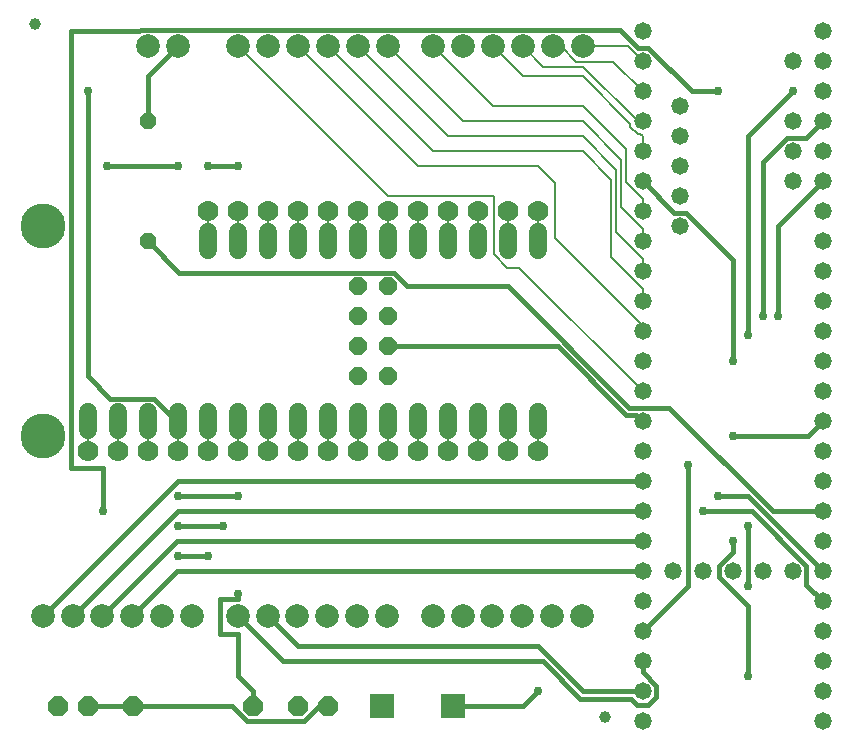
<source format=gbr>
G04 EAGLE Gerber X2 export*
G75*
%MOMM*%
%FSLAX34Y34*%
%LPD*%
%AMOC8*
5,1,8,0,0,1.08239X$1,22.5*%
G01*
%ADD10C,3.810000*%
%ADD11C,1.778000*%
%ADD12C,2.000000*%
%ADD13C,1.000000*%
%ADD14P,1.649562X8X292.500000*%
%ADD15C,1.524000*%
%ADD16C,1.473200*%
%ADD17P,1.429621X8X112.500000*%
%ADD18P,1.814519X8X22.500000*%
%ADD19R,2.000000X2.000000*%
%ADD20C,0.203200*%
%ADD21C,0.756400*%
%ADD22C,0.406400*%


D10*
X25400Y508000D03*
X25400Y330200D03*
D11*
X165100Y520700D03*
X190500Y520700D03*
X215900Y520700D03*
X241300Y520700D03*
X266700Y520700D03*
X292100Y520700D03*
X317500Y520700D03*
X342900Y520700D03*
X368300Y520700D03*
X393700Y520700D03*
X419100Y520700D03*
X444500Y520700D03*
X165100Y317500D03*
X190500Y317500D03*
X215900Y317500D03*
X241300Y317500D03*
X266700Y317500D03*
X292100Y317500D03*
X317500Y317500D03*
X342900Y317500D03*
X368300Y317500D03*
X393700Y317500D03*
X419100Y317500D03*
X444500Y317500D03*
X139700Y317500D03*
X114300Y317500D03*
X88900Y317500D03*
X63500Y317500D03*
D12*
X482600Y660400D03*
X457200Y660400D03*
X432100Y660400D03*
X406700Y660400D03*
X381300Y660400D03*
X355900Y660400D03*
X317500Y660400D03*
X292100Y660400D03*
X267000Y660400D03*
X241600Y660400D03*
X216200Y660400D03*
X190800Y660400D03*
X25400Y177800D03*
X50800Y177800D03*
X75900Y177800D03*
X101300Y177800D03*
X126700Y177800D03*
X152100Y177800D03*
X190500Y177800D03*
X215900Y177800D03*
X241000Y177800D03*
X266400Y177800D03*
X291800Y177800D03*
X317200Y177800D03*
X355600Y177800D03*
X381000Y177800D03*
X406100Y177800D03*
X431500Y177800D03*
X456900Y177800D03*
X482300Y177800D03*
D13*
X19050Y679450D03*
X501650Y92710D03*
D14*
X292100Y457200D03*
X317500Y457200D03*
X292100Y431800D03*
X317500Y431800D03*
X292100Y406400D03*
X317500Y406400D03*
X292100Y381000D03*
X317500Y381000D03*
D15*
X63500Y350520D02*
X63500Y335280D01*
X88900Y335280D02*
X88900Y350520D01*
X114300Y350520D02*
X114300Y335280D01*
X139700Y335280D02*
X139700Y350520D01*
X165100Y350520D02*
X165100Y335280D01*
X190500Y335280D02*
X190500Y350520D01*
X215900Y350520D02*
X215900Y335280D01*
X241300Y335280D02*
X241300Y350520D01*
X266700Y350520D02*
X266700Y335280D01*
X292100Y335280D02*
X292100Y350520D01*
X317500Y350520D02*
X317500Y335280D01*
X342900Y335280D02*
X342900Y350520D01*
X368300Y350520D02*
X368300Y335280D01*
X393700Y335280D02*
X393700Y350520D01*
X419100Y350520D02*
X419100Y335280D01*
X444500Y335280D02*
X444500Y350520D01*
X444500Y487680D02*
X444500Y502920D01*
X419100Y502920D02*
X419100Y487680D01*
X393700Y487680D02*
X393700Y502920D01*
X368300Y502920D02*
X368300Y487680D01*
X342900Y487680D02*
X342900Y502920D01*
X317500Y502920D02*
X317500Y487680D01*
X292100Y487680D02*
X292100Y502920D01*
X266700Y502920D02*
X266700Y487680D01*
X241300Y487680D02*
X241300Y502920D01*
X215900Y502920D02*
X215900Y487680D01*
X190500Y487680D02*
X190500Y502920D01*
X165100Y502920D02*
X165100Y487680D01*
D12*
X139700Y660400D03*
X114300Y660400D03*
D16*
X533400Y622300D03*
X533400Y596900D03*
X533400Y571500D03*
X533400Y546100D03*
X533400Y520700D03*
X533400Y495300D03*
X533400Y469900D03*
X533400Y444500D03*
X533400Y419100D03*
X533400Y393700D03*
X533400Y368300D03*
X533400Y342900D03*
X685800Y342900D03*
X685800Y368300D03*
X685800Y393700D03*
X685800Y419100D03*
X685800Y444500D03*
X685800Y469900D03*
X685800Y495300D03*
X685800Y520700D03*
X685800Y546100D03*
X685800Y571500D03*
X685800Y596900D03*
X533400Y647700D03*
X685800Y622300D03*
X685800Y647700D03*
X533400Y673100D03*
X685800Y673100D03*
X533400Y317500D03*
X685800Y317500D03*
X533400Y292100D03*
X533400Y266700D03*
X533400Y241300D03*
X533400Y215900D03*
X533400Y190500D03*
X533400Y165100D03*
X533400Y139700D03*
X533400Y114300D03*
X533400Y88900D03*
X685800Y88900D03*
X685800Y114300D03*
X685800Y139700D03*
X685800Y165100D03*
X685800Y190500D03*
X685800Y215900D03*
X685800Y241300D03*
X685800Y266700D03*
X685800Y292100D03*
X558800Y215900D03*
X609600Y215900D03*
X635000Y215900D03*
X584200Y215900D03*
X660400Y215900D03*
X660400Y647700D03*
X660400Y596900D03*
X660400Y571500D03*
X660400Y546100D03*
X565150Y609600D03*
X565150Y584200D03*
X565150Y558800D03*
X565150Y533400D03*
X565150Y508000D03*
D17*
X114300Y495300D03*
X114300Y596900D03*
D18*
X38100Y101600D03*
X63500Y101600D03*
X241300Y101600D03*
X266700Y101600D03*
X101600Y101600D03*
X203200Y101600D03*
D19*
X312900Y101600D03*
X372900Y101600D03*
D20*
X140208Y318008D02*
X140208Y342392D01*
X140208Y318008D02*
X139700Y317500D01*
X140208Y342392D02*
X139700Y342900D01*
D21*
X63500Y622300D03*
D22*
X63500Y381000D01*
X138952Y342392D02*
X140208Y342392D01*
X138952Y342392D02*
X119140Y362204D01*
X82296Y362204D01*
X63500Y381000D01*
D21*
X190500Y196718D03*
D22*
X190500Y162720D02*
X190500Y127000D01*
X190500Y162720D02*
X175420Y162720D01*
X175420Y192880D01*
X190500Y192880D01*
X190500Y196718D01*
D21*
X190500Y279400D03*
D22*
X139700Y279400D01*
D21*
X139700Y279400D03*
D22*
X203200Y114300D02*
X203200Y101600D01*
X203200Y114300D02*
X190500Y127000D01*
D20*
X89408Y318008D02*
X89408Y342392D01*
X88900Y342900D01*
X89408Y318008D02*
X88900Y317500D01*
X64008Y318008D02*
X64008Y342392D01*
X64008Y318008D02*
X63500Y317500D01*
X64008Y342392D02*
X63500Y342900D01*
X419608Y495808D02*
X419608Y520192D01*
X419100Y520700D01*
X419608Y495808D02*
X419100Y495300D01*
X114808Y342392D02*
X114808Y318008D01*
X114808Y342392D02*
X114300Y342900D01*
X114808Y318008D02*
X114300Y317500D01*
X165608Y318008D02*
X165608Y342392D01*
X165100Y342900D01*
X165608Y318008D02*
X165100Y317500D01*
X191008Y318008D02*
X191008Y342392D01*
X190500Y342900D01*
X191008Y318008D02*
X190500Y317500D01*
X216408Y318008D02*
X216408Y342392D01*
X215900Y342900D01*
X216408Y318008D02*
X215900Y317500D01*
X241808Y318008D02*
X241808Y342392D01*
X241300Y342900D01*
X241808Y318008D02*
X241300Y317500D01*
X267208Y318008D02*
X267208Y342392D01*
X266700Y342900D01*
X267208Y318008D02*
X266700Y317500D01*
X292608Y318008D02*
X292608Y342392D01*
X292100Y342900D01*
X292608Y318008D02*
X292100Y317500D01*
X318008Y318008D02*
X318008Y342392D01*
X317500Y342900D01*
X318008Y318008D02*
X317500Y317500D01*
X343408Y318008D02*
X343408Y342392D01*
X342900Y342900D01*
X343408Y318008D02*
X342900Y317500D01*
X368808Y318008D02*
X368808Y342392D01*
X368300Y342900D01*
X368808Y318008D02*
X368300Y317500D01*
X394208Y318008D02*
X394208Y342392D01*
X393700Y342900D01*
X394208Y318008D02*
X393700Y317500D01*
X419608Y318008D02*
X419608Y342392D01*
X419100Y342900D01*
X419608Y318008D02*
X419100Y317500D01*
X445008Y318008D02*
X445008Y342392D01*
X444500Y342900D01*
X445008Y318008D02*
X444500Y317500D01*
X394208Y495808D02*
X394208Y520192D01*
X394208Y495808D02*
X393700Y495300D01*
X394208Y520192D02*
X393700Y520700D01*
X368808Y520192D02*
X368808Y495808D01*
X368300Y495300D01*
X368808Y520192D02*
X368300Y520700D01*
X343408Y520192D02*
X343408Y495808D01*
X342900Y495300D01*
X343408Y520192D02*
X342900Y520700D01*
X318008Y520192D02*
X318008Y495808D01*
X317500Y495300D01*
X318008Y520192D02*
X317500Y520700D01*
X292608Y520192D02*
X292608Y495808D01*
X292100Y495300D01*
X292608Y520192D02*
X292100Y520700D01*
X267208Y520192D02*
X267208Y495808D01*
X266700Y495300D01*
X267208Y520192D02*
X266700Y520700D01*
X241808Y520192D02*
X241808Y495808D01*
X241300Y495300D01*
X241808Y520192D02*
X241300Y520700D01*
X216408Y520192D02*
X216408Y495808D01*
X215900Y495300D01*
X216408Y520192D02*
X215900Y520700D01*
X191008Y520192D02*
X191008Y495808D01*
X190500Y495300D01*
X191008Y520192D02*
X190500Y520700D01*
X165608Y520192D02*
X165608Y495808D01*
X165100Y495300D01*
X165608Y520192D02*
X165100Y520700D01*
X445008Y520192D02*
X445008Y495808D01*
X445008Y520192D02*
X444500Y520700D01*
X445008Y495808D02*
X444500Y495300D01*
X482600Y660400D02*
X520700Y660400D01*
X533400Y647700D01*
X464147Y660400D02*
X457200Y660400D01*
X464147Y660400D02*
X477195Y647352D01*
X508348Y647352D02*
X533400Y622300D01*
X508348Y647352D02*
X477195Y647352D01*
X482600Y643288D02*
X449212Y643288D01*
X432100Y660400D01*
X482600Y643288D02*
X528988Y596900D01*
X533400Y596900D01*
X432100Y635000D02*
X406700Y660400D01*
X432100Y635000D02*
X482600Y635000D01*
X533400Y584200D02*
X533400Y571500D01*
X522986Y594614D02*
X482600Y635000D01*
X522986Y594614D02*
X522986Y592586D01*
X529086Y586486D01*
X531114Y586486D01*
X533400Y584200D01*
D22*
X431800Y101600D02*
X372900Y101600D01*
X431800Y101600D02*
X444500Y114300D01*
D21*
X444500Y114300D03*
X622300Y127000D03*
X609600Y241300D03*
D22*
X598170Y220635D02*
X598170Y211166D01*
X622300Y187036D02*
X622300Y127000D01*
X609600Y232065D02*
X609600Y241300D01*
X598170Y211166D02*
X622300Y187036D01*
X598170Y220635D02*
X609600Y232065D01*
D21*
X609600Y393700D03*
D22*
X560070Y519430D02*
X533400Y546100D01*
X560070Y519430D02*
X569885Y519430D01*
X609600Y479715D01*
X609600Y393700D01*
D20*
X406700Y609600D02*
X355900Y660400D01*
X406700Y609600D02*
X482600Y609600D01*
X518922Y573278D01*
X533400Y531372D02*
X533400Y520700D01*
X518922Y545850D02*
X518922Y573278D01*
X518922Y545850D02*
X533400Y531372D01*
X381000Y596900D02*
X317500Y660400D01*
X381000Y596900D02*
X482600Y596900D01*
X514858Y564642D01*
X533400Y505972D02*
X533400Y495300D01*
X514858Y524514D02*
X514858Y564642D01*
X514858Y524514D02*
X533400Y505972D01*
X368300Y584200D02*
X292100Y660400D01*
X368300Y584200D02*
X482600Y584200D01*
X510794Y556006D01*
X533400Y480572D02*
X533400Y469900D01*
X510794Y503178D02*
X510794Y556006D01*
X510794Y503178D02*
X533400Y480572D01*
X355900Y571500D02*
X267000Y660400D01*
X355900Y571500D02*
X482600Y571500D01*
X506730Y547370D01*
X533400Y455172D02*
X533400Y444500D01*
X506730Y481842D02*
X506730Y547370D01*
X506730Y481842D02*
X533400Y455172D01*
X343200Y558800D02*
X241600Y660400D01*
X343200Y558800D02*
X444500Y558800D01*
X458724Y544576D01*
X458724Y498110D01*
X533400Y423434D02*
X533400Y419100D01*
X533400Y423434D02*
X458724Y498110D01*
X317800Y533400D02*
X190800Y660400D01*
X317800Y533400D02*
X406400Y533400D01*
X407162Y532638D01*
X407162Y484531D01*
X418745Y472948D01*
X428752Y472948D01*
X533400Y368300D01*
D22*
X139700Y292100D02*
X25400Y177800D01*
X139700Y292100D02*
X533400Y292100D01*
X139700Y266700D02*
X50800Y177800D01*
X139700Y266700D02*
X533400Y266700D01*
X139400Y241300D02*
X75900Y177800D01*
X139400Y241300D02*
X533400Y241300D01*
X139400Y215900D02*
X101300Y177800D01*
X139400Y215900D02*
X533400Y215900D01*
D21*
X571500Y306070D03*
D22*
X571500Y203200D01*
X533400Y165100D01*
X228600Y139700D02*
X190500Y177800D01*
X448579Y139700D02*
X480075Y108204D01*
X523332Y108204D02*
X528666Y102870D01*
X538135Y102870D01*
X544830Y109566D01*
X544830Y119035D01*
X523332Y108204D02*
X480075Y108204D01*
X533400Y130465D02*
X544830Y119035D01*
X533400Y130465D02*
X533400Y139700D01*
X448579Y139700D02*
X228600Y139700D01*
X241300Y152400D02*
X215900Y177800D01*
X241300Y152400D02*
X444500Y152400D01*
X482600Y114300D01*
X533400Y114300D01*
D21*
X584200Y266700D03*
D22*
X671830Y204470D02*
X685800Y190500D01*
X671830Y204470D02*
X671830Y220635D01*
X625765Y266700D01*
X584200Y266700D01*
X622300Y279400D02*
X685800Y215900D01*
X622300Y279400D02*
X596900Y279400D01*
D21*
X596900Y279400D03*
X622300Y203200D03*
D22*
X622300Y254000D01*
D21*
X622300Y254000D03*
D22*
X419100Y457200D02*
X334024Y457200D01*
X322340Y468884D01*
X643621Y266700D02*
X685800Y266700D01*
X521970Y354330D02*
X419100Y457200D01*
X521970Y354330D02*
X555991Y354330D01*
X643621Y266700D01*
X140716Y468884D02*
X114300Y495300D01*
X140716Y468884D02*
X322340Y468884D01*
X114300Y596900D02*
X114300Y635000D01*
X139700Y660400D01*
D21*
X647700Y431800D03*
D22*
X647700Y508000D01*
X685800Y546100D01*
D21*
X622300Y416108D03*
D22*
X622300Y584200D01*
X660400Y622300D01*
D21*
X660400Y622300D03*
X635000Y431800D03*
D22*
X671830Y582930D02*
X685800Y596900D01*
X671830Y582930D02*
X655666Y582930D01*
X635000Y562265D01*
X635000Y431800D01*
X461279Y406400D02*
X317500Y406400D01*
X461279Y406400D02*
X519445Y348234D01*
X528066Y348234D02*
X533400Y342900D01*
X528066Y348234D02*
X519445Y348234D01*
D21*
X609600Y330200D03*
D22*
X673100Y330200D01*
X685800Y342900D01*
D21*
X165100Y228600D03*
D22*
X139700Y228600D01*
D21*
X139700Y228600D03*
X79982Y558800D03*
D22*
X139700Y558800D01*
D21*
X139700Y558800D03*
X165100Y558800D03*
D22*
X190500Y558800D01*
D21*
X190500Y558800D03*
X596900Y622300D03*
D22*
X538135Y659130D02*
X529154Y659130D01*
X108475Y674464D02*
X107111Y673100D01*
X513820Y674464D02*
X529154Y659130D01*
X513820Y674464D02*
X108475Y674464D01*
X574965Y622300D02*
X596900Y622300D01*
X574965Y622300D02*
X538135Y659130D01*
D21*
X76200Y266700D03*
D22*
X76200Y303530D02*
X49530Y303530D01*
X76200Y303530D02*
X76200Y266700D01*
X49530Y303530D02*
X49530Y673100D01*
X107111Y673100D01*
D21*
X139700Y254000D03*
D22*
X177800Y254000D01*
D21*
X177800Y254000D03*
D22*
X101600Y101600D02*
X63500Y101600D01*
X258901Y101600D02*
X266700Y101600D01*
X185599Y101600D02*
X101600Y101600D01*
X246455Y89154D02*
X258901Y101600D01*
X198045Y89154D02*
X185599Y101600D01*
X198045Y89154D02*
X246455Y89154D01*
M02*

</source>
